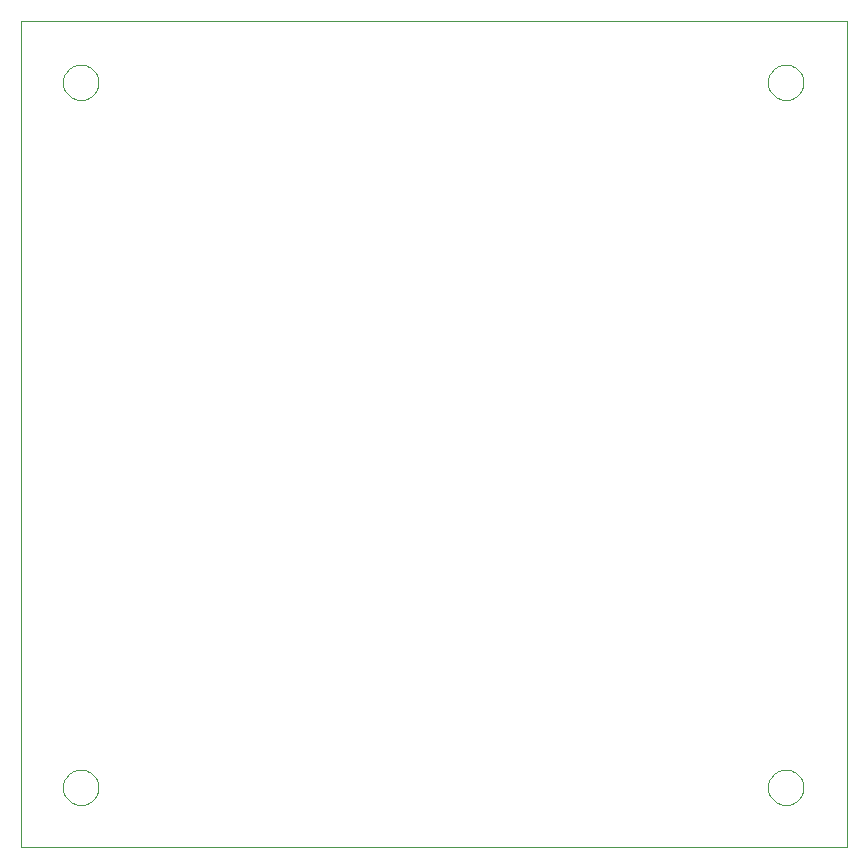
<source format=gtp>
G75*
%MOIN*%
%OFA0B0*%
%FSLAX24Y24*%
%IPPOS*%
%LPD*%
%AMOC8*
5,1,8,0,0,1.08239X$1,22.5*
%
%ADD10C,0.0000*%
D10*
X000300Y000180D02*
X000300Y027739D01*
X027859Y027739D01*
X027859Y000180D01*
X000300Y000180D01*
X001709Y002180D02*
X001711Y002228D01*
X001717Y002276D01*
X001727Y002323D01*
X001740Y002369D01*
X001758Y002414D01*
X001778Y002458D01*
X001803Y002500D01*
X001831Y002539D01*
X001861Y002576D01*
X001895Y002610D01*
X001932Y002642D01*
X001970Y002671D01*
X002011Y002696D01*
X002054Y002718D01*
X002099Y002736D01*
X002145Y002750D01*
X002192Y002761D01*
X002240Y002768D01*
X002288Y002771D01*
X002336Y002770D01*
X002384Y002765D01*
X002432Y002756D01*
X002478Y002744D01*
X002523Y002727D01*
X002567Y002707D01*
X002609Y002684D01*
X002649Y002657D01*
X002687Y002627D01*
X002722Y002594D01*
X002754Y002558D01*
X002784Y002520D01*
X002810Y002479D01*
X002832Y002436D01*
X002852Y002392D01*
X002867Y002347D01*
X002879Y002300D01*
X002887Y002252D01*
X002891Y002204D01*
X002891Y002156D01*
X002887Y002108D01*
X002879Y002060D01*
X002867Y002013D01*
X002852Y001968D01*
X002832Y001924D01*
X002810Y001881D01*
X002784Y001840D01*
X002754Y001802D01*
X002722Y001766D01*
X002687Y001733D01*
X002649Y001703D01*
X002609Y001676D01*
X002567Y001653D01*
X002523Y001633D01*
X002478Y001616D01*
X002432Y001604D01*
X002384Y001595D01*
X002336Y001590D01*
X002288Y001589D01*
X002240Y001592D01*
X002192Y001599D01*
X002145Y001610D01*
X002099Y001624D01*
X002054Y001642D01*
X002011Y001664D01*
X001970Y001689D01*
X001932Y001718D01*
X001895Y001750D01*
X001861Y001784D01*
X001831Y001821D01*
X001803Y001860D01*
X001778Y001902D01*
X001758Y001946D01*
X001740Y001991D01*
X001727Y002037D01*
X001717Y002084D01*
X001711Y002132D01*
X001709Y002180D01*
X001709Y025680D02*
X001711Y025728D01*
X001717Y025776D01*
X001727Y025823D01*
X001740Y025869D01*
X001758Y025914D01*
X001778Y025958D01*
X001803Y026000D01*
X001831Y026039D01*
X001861Y026076D01*
X001895Y026110D01*
X001932Y026142D01*
X001970Y026171D01*
X002011Y026196D01*
X002054Y026218D01*
X002099Y026236D01*
X002145Y026250D01*
X002192Y026261D01*
X002240Y026268D01*
X002288Y026271D01*
X002336Y026270D01*
X002384Y026265D01*
X002432Y026256D01*
X002478Y026244D01*
X002523Y026227D01*
X002567Y026207D01*
X002609Y026184D01*
X002649Y026157D01*
X002687Y026127D01*
X002722Y026094D01*
X002754Y026058D01*
X002784Y026020D01*
X002810Y025979D01*
X002832Y025936D01*
X002852Y025892D01*
X002867Y025847D01*
X002879Y025800D01*
X002887Y025752D01*
X002891Y025704D01*
X002891Y025656D01*
X002887Y025608D01*
X002879Y025560D01*
X002867Y025513D01*
X002852Y025468D01*
X002832Y025424D01*
X002810Y025381D01*
X002784Y025340D01*
X002754Y025302D01*
X002722Y025266D01*
X002687Y025233D01*
X002649Y025203D01*
X002609Y025176D01*
X002567Y025153D01*
X002523Y025133D01*
X002478Y025116D01*
X002432Y025104D01*
X002384Y025095D01*
X002336Y025090D01*
X002288Y025089D01*
X002240Y025092D01*
X002192Y025099D01*
X002145Y025110D01*
X002099Y025124D01*
X002054Y025142D01*
X002011Y025164D01*
X001970Y025189D01*
X001932Y025218D01*
X001895Y025250D01*
X001861Y025284D01*
X001831Y025321D01*
X001803Y025360D01*
X001778Y025402D01*
X001758Y025446D01*
X001740Y025491D01*
X001727Y025537D01*
X001717Y025584D01*
X001711Y025632D01*
X001709Y025680D01*
X025209Y025680D02*
X025211Y025728D01*
X025217Y025776D01*
X025227Y025823D01*
X025240Y025869D01*
X025258Y025914D01*
X025278Y025958D01*
X025303Y026000D01*
X025331Y026039D01*
X025361Y026076D01*
X025395Y026110D01*
X025432Y026142D01*
X025470Y026171D01*
X025511Y026196D01*
X025554Y026218D01*
X025599Y026236D01*
X025645Y026250D01*
X025692Y026261D01*
X025740Y026268D01*
X025788Y026271D01*
X025836Y026270D01*
X025884Y026265D01*
X025932Y026256D01*
X025978Y026244D01*
X026023Y026227D01*
X026067Y026207D01*
X026109Y026184D01*
X026149Y026157D01*
X026187Y026127D01*
X026222Y026094D01*
X026254Y026058D01*
X026284Y026020D01*
X026310Y025979D01*
X026332Y025936D01*
X026352Y025892D01*
X026367Y025847D01*
X026379Y025800D01*
X026387Y025752D01*
X026391Y025704D01*
X026391Y025656D01*
X026387Y025608D01*
X026379Y025560D01*
X026367Y025513D01*
X026352Y025468D01*
X026332Y025424D01*
X026310Y025381D01*
X026284Y025340D01*
X026254Y025302D01*
X026222Y025266D01*
X026187Y025233D01*
X026149Y025203D01*
X026109Y025176D01*
X026067Y025153D01*
X026023Y025133D01*
X025978Y025116D01*
X025932Y025104D01*
X025884Y025095D01*
X025836Y025090D01*
X025788Y025089D01*
X025740Y025092D01*
X025692Y025099D01*
X025645Y025110D01*
X025599Y025124D01*
X025554Y025142D01*
X025511Y025164D01*
X025470Y025189D01*
X025432Y025218D01*
X025395Y025250D01*
X025361Y025284D01*
X025331Y025321D01*
X025303Y025360D01*
X025278Y025402D01*
X025258Y025446D01*
X025240Y025491D01*
X025227Y025537D01*
X025217Y025584D01*
X025211Y025632D01*
X025209Y025680D01*
X025209Y002180D02*
X025211Y002228D01*
X025217Y002276D01*
X025227Y002323D01*
X025240Y002369D01*
X025258Y002414D01*
X025278Y002458D01*
X025303Y002500D01*
X025331Y002539D01*
X025361Y002576D01*
X025395Y002610D01*
X025432Y002642D01*
X025470Y002671D01*
X025511Y002696D01*
X025554Y002718D01*
X025599Y002736D01*
X025645Y002750D01*
X025692Y002761D01*
X025740Y002768D01*
X025788Y002771D01*
X025836Y002770D01*
X025884Y002765D01*
X025932Y002756D01*
X025978Y002744D01*
X026023Y002727D01*
X026067Y002707D01*
X026109Y002684D01*
X026149Y002657D01*
X026187Y002627D01*
X026222Y002594D01*
X026254Y002558D01*
X026284Y002520D01*
X026310Y002479D01*
X026332Y002436D01*
X026352Y002392D01*
X026367Y002347D01*
X026379Y002300D01*
X026387Y002252D01*
X026391Y002204D01*
X026391Y002156D01*
X026387Y002108D01*
X026379Y002060D01*
X026367Y002013D01*
X026352Y001968D01*
X026332Y001924D01*
X026310Y001881D01*
X026284Y001840D01*
X026254Y001802D01*
X026222Y001766D01*
X026187Y001733D01*
X026149Y001703D01*
X026109Y001676D01*
X026067Y001653D01*
X026023Y001633D01*
X025978Y001616D01*
X025932Y001604D01*
X025884Y001595D01*
X025836Y001590D01*
X025788Y001589D01*
X025740Y001592D01*
X025692Y001599D01*
X025645Y001610D01*
X025599Y001624D01*
X025554Y001642D01*
X025511Y001664D01*
X025470Y001689D01*
X025432Y001718D01*
X025395Y001750D01*
X025361Y001784D01*
X025331Y001821D01*
X025303Y001860D01*
X025278Y001902D01*
X025258Y001946D01*
X025240Y001991D01*
X025227Y002037D01*
X025217Y002084D01*
X025211Y002132D01*
X025209Y002180D01*
M02*

</source>
